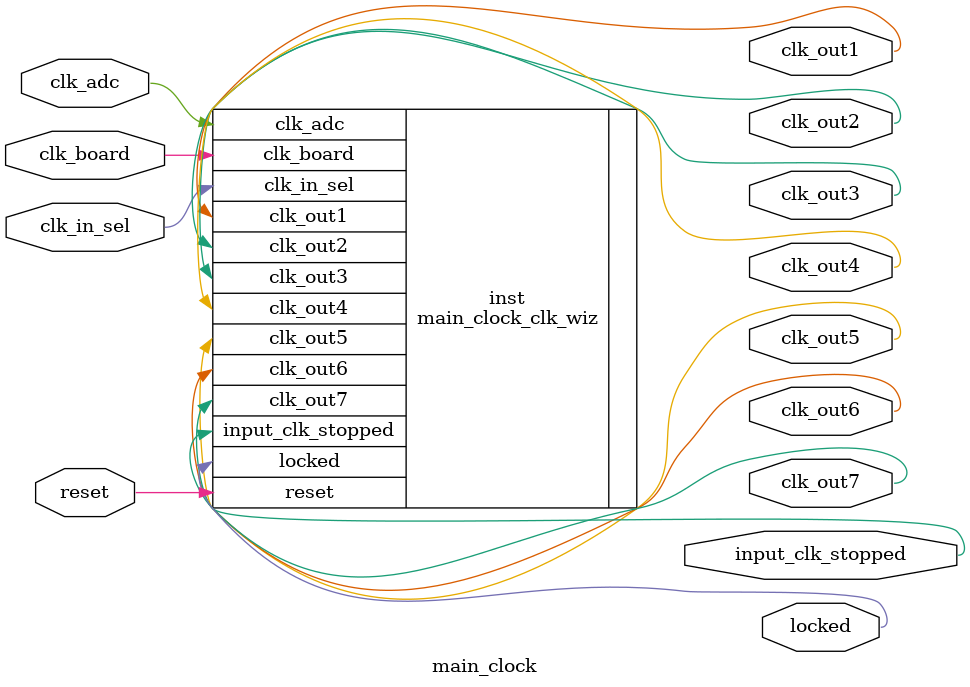
<source format=v>


`timescale 1ps/1ps

(* CORE_GENERATION_INFO = "main_clock,clk_wiz_v5_4_3_0,{component_name=main_clock,use_phase_alignment=true,use_min_o_jitter=false,use_max_i_jitter=false,use_dyn_phase_shift=false,use_inclk_switchover=true,use_dyn_reconfig=false,enable_axi=0,feedback_source=FDBK_AUTO,PRIMITIVE=MMCM,num_out_clk=7,clkin1_period=8.000,clkin2_period=8.000,use_power_down=false,use_reset=true,use_locked=true,use_inclk_stopped=true,feedback_type=SINGLE,CLOCK_MGR_TYPE=NA,manual_override=false}" *)

module main_clock 
 (
  input         clk_adc,
  input         clk_in_sel,
  // Clock out ports
  output        clk_out1,
  output        clk_out2,
  output        clk_out3,
  output        clk_out4,
  output        clk_out5,
  output        clk_out6,
  output        clk_out7,
  // Status and control signals
  input         reset,
  output        input_clk_stopped,
  output        locked,
 // Clock in ports
  input         clk_board
 );

  main_clock_clk_wiz inst
  (
  .clk_adc(clk_adc),
  .clk_in_sel(clk_in_sel),
  // Clock out ports  
  .clk_out1(clk_out1),
  .clk_out2(clk_out2),
  .clk_out3(clk_out3),
  .clk_out4(clk_out4),
  .clk_out5(clk_out5),
  .clk_out6(clk_out6),
  .clk_out7(clk_out7),
  // Status and control signals               
  .reset(reset), 
  .input_clk_stopped(input_clk_stopped),
  .locked(locked),
 // Clock in ports
  .clk_board(clk_board)
  );

endmodule

</source>
